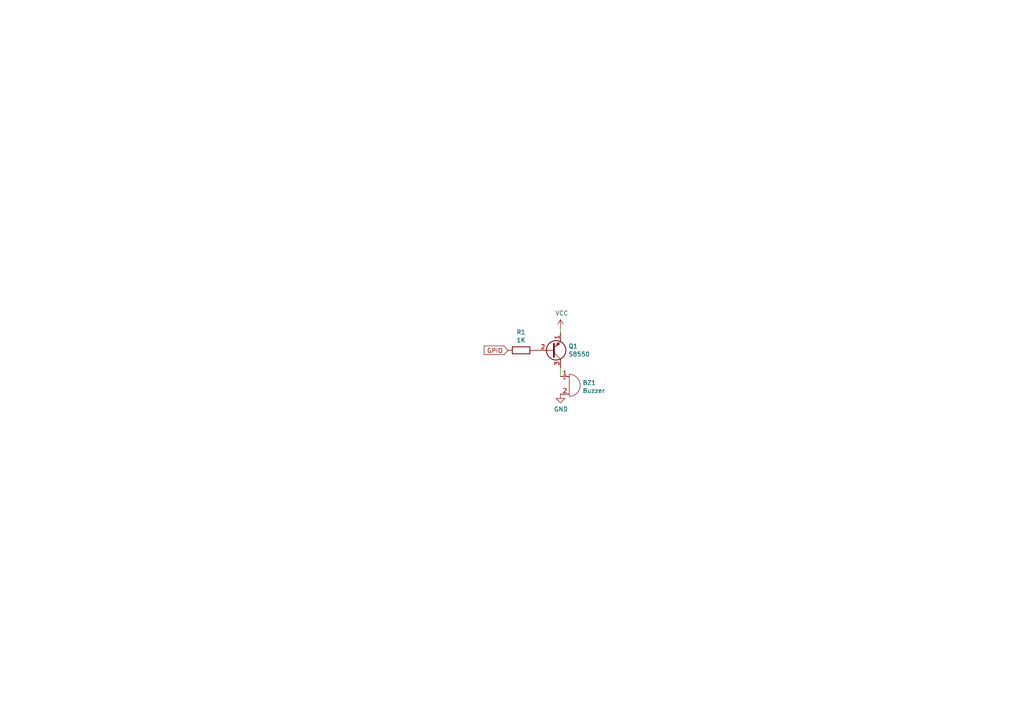
<source format=kicad_sch>
(kicad_sch (version 20211123) (generator eeschema)
  (paper "A4")
  (lib_symbols
    (symbol "Device:Buzzer" (pin_names (offset 0.0254) hide)
      (property "Reference" "BZ" (at 3.81 1.27 0))
      (property "Value" "Buzzer" (at 3.81 -1.27 0))
      (symbol "Buzzer_0_1"
        (arc (start 0 -3.175) (mid 3.175 0) (end 0 3.175))
        (polyline (pts (xy -1.651 1.905) (xy -1.143 1.905)))
        (polyline (pts (xy -1.397 2.159) (xy -1.397 1.651)))
        (polyline (pts (xy 0 3.175) (xy 0 -3.175)))
      )
      (symbol "Buzzer_1_1"
        (pin passive line (at -2.54 2.54 0) (length 2.54) (name "-") (number "1"))
        (pin passive line (at -2.54 -2.54 0) (length 2.54) (name "+") (number "2"))
      )
    )
    (symbol "Device:R" (pin_numbers hide) (pin_names (offset 0))
      (property "Reference" "R" (at 2.032 0 90))
      (property "Value" "R" (at 0 0 90))
      (symbol "R_0_1"
        (rectangle (start -1.016 -2.54) (end 1.016 2.54) (stroke (width 0.254)))
      )
      (symbol "R_1_1"
        (pin passive line (at 0 3.81 270) (length 1.27) (name "~") (number "1"))
        (pin passive line (at 0 -3.81 90) (length 1.27) (name "~") (number "2"))
      )
    )
    (symbol "Transistor_BJT:S8550" (pin_names (offset 0) hide)
      (property "Reference" "Q" (at 5.08 1.905 0))
      (property "Value" "S8550" (at 5.08 0 0))
      (symbol "S8550_0_1"
        (polyline (pts (xy 0 0) (xy 0.635 0)))
        (polyline (pts (xy 2.54 -2.54) (xy 0.635 -0.635)))
        (polyline (pts (xy 2.54 2.54) (xy 0.635 0.635)))
        (polyline (pts (xy 0.635 1.905) (xy 0.635 -1.905) (xy 0.635 -1.905)) (stroke (width 0.508)) (fill (type outline)))
        (polyline (pts (xy 1.778 -2.286) (xy 2.286 -1.778) (xy 1.27 -1.27) (xy 1.778 -2.286) (xy 1.778 -2.286)) (fill (type outline)))
        (circle (center 1.27 0) (radius 2.8194) (stroke (width 0.254)))
      )
      (symbol "S8550_1_1"
        (pin passive line (at 2.54 -5.08 90) (length 2.54) (name "E") (number "1"))
        (pin input line (at -5.08 0 0) (length 5.08) (name "B") (number "2"))
        (pin passive line (at 2.54 5.08 270) (length 2.54) (name "C") (number "3"))
      )
    )
    (symbol "power:GND" (power) (pin_names (offset 0))
      (property "Value" "GND" (at 0 -3.81 0))
      (symbol "GND_0_1"
        (polyline (pts (xy 0 0) (xy 0 -1.27) (xy 1.27 -1.27) (xy 0 -2.54) (xy -1.27 -1.27) (xy 0 -1.27)))
      )
      (symbol "GND_1_1"
        (pin power_in line (at 0 0 270) (length 0) hide (name "GND") (number "1"))
      )
    )
    (symbol "power:VCC" (power) (pin_names (offset 0))
      (property "Value" "VCC" (at 0 3.81 0))
      (symbol "VCC_0_1"
        (polyline (pts (xy -0.762 1.27) (xy 0 2.54)))
        (polyline (pts (xy 0 0) (xy 0 2.54)))
        (polyline (pts (xy 0 2.54) (xy 0.762 1.27)))
      )
      (symbol "VCC_1_1"
        (pin power_in line (at 0 0 90) (length 0) hide (name "VCC") (number "1"))
      )
    )
  )
  (wire (pts (xy 162.56 95.25) (xy 162.56 96.52)))
  (wire (pts (xy 162.56 109.22) (xy 162.56 106.68)))
  (global_label "GPIO" (shape input) (at 147.32 101.6 180) (property "Intersheet References" "${INTERSHEET_REFS}" (effects hide)))
  (symbol (lib_id "Transistor_BJT:S8550") (at 160.02 101.6 0) (mirror x) (unit 1)
    (property "Reference" "Q1" (at 164.846 100.4316 0) (effects (justify left)))
    (property "Value" "S8550" (at 164.846 102.743 0) (effects (justify left)))
    (property "Footprint" "Package_TO_SOT_THT:TO-92_Inline" (effects hide))
    (property "Datasheet" "http://www.unisonic.com.tw/datasheet/S8550.pdf" (effects hide))
  )
  (symbol (lib_id "Device:R") (at 151.13 101.6 270) (unit 1)
    (property "Reference" "R1" (at 151.13 96.3422 90))
    (property "Value" "1K" (at 151.13 98.6536 90))
  )
  (symbol (lib_id "Device:Buzzer") (at 165.1 111.76 0) (unit 1)
    (property "Reference" "BZ1" (at 168.9608 111.0234 0) (effects (justify left)))
    (property "Value" "Buzzer" (at 168.9608 113.3348 0) (effects (justify left)))
  )
  (symbol (lib_id "power:GND") (at 162.56 114.3 0) (unit 1)
    (property "Reference" "#PWR02" (effects hide))
    (property "Value" "GND" (at 162.687 118.6942 0))
  )
  (symbol (lib_id "power:VCC") (at 162.56 95.25 0) (unit 1)
    (property "Reference" "#PWR01" (effects hide))
    (property "Value" "VCC" (at 162.941 90.8558 0))
  )
)
</source>
